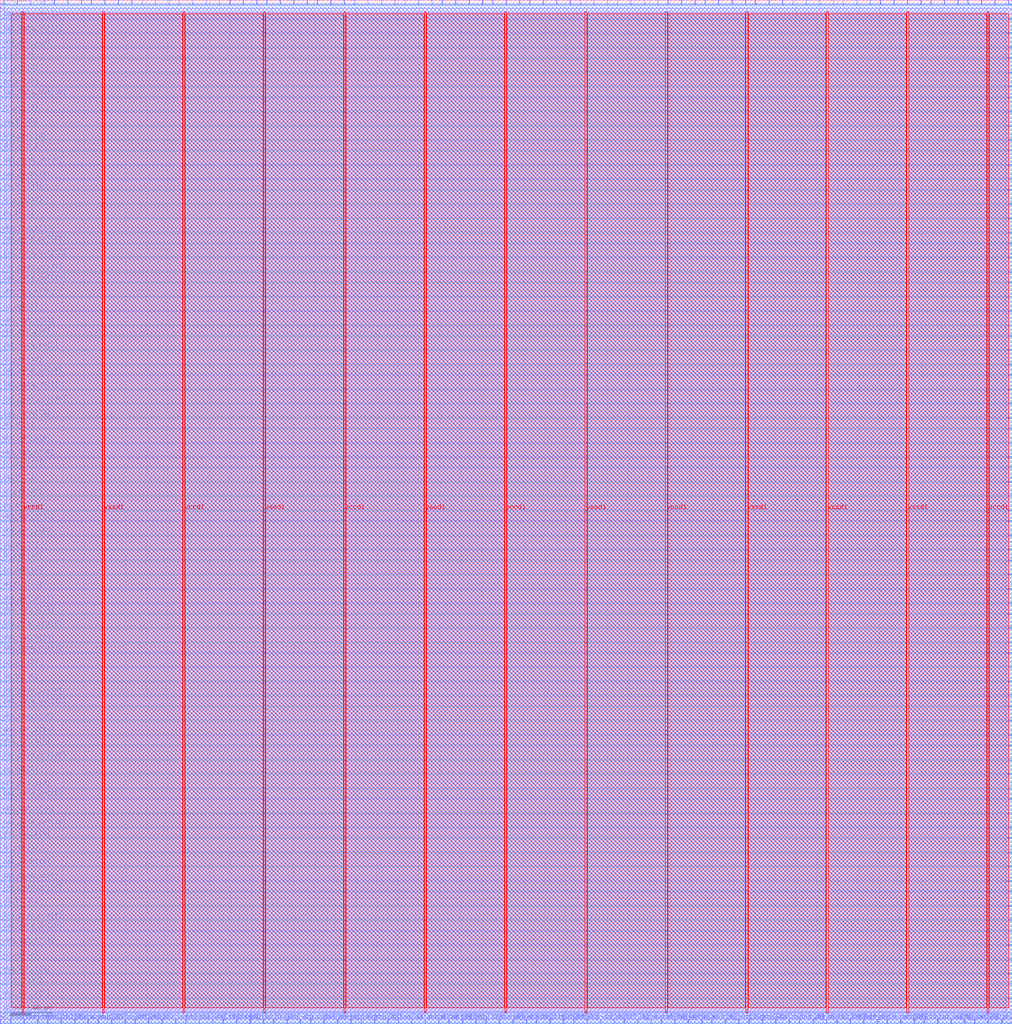
<source format=lef>
VERSION 5.7 ;
  NOWIREEXTENSIONATPIN ON ;
  DIVIDERCHAR "/" ;
  BUSBITCHARS "[]" ;
MACRO wrapped_silife
  CLASS BLOCK ;
  FOREIGN wrapped_silife ;
  ORIGIN 0.000 0.000 ;
  SIZE 966.470 BY 977.190 ;
  PIN active
    DIRECTION INPUT ;
    USE SIGNAL ;
    PORT
      LAYER met2 ;
        RECT 370.390 0.000 370.670 4.000 ;
    END
  END active
  PIN io_in[0]
    DIRECTION INPUT ;
    USE SIGNAL ;
    PORT
      LAYER met3 ;
        RECT 0.000 567.840 4.000 568.440 ;
    END
  END io_in[0]
  PIN io_in[10]
    DIRECTION INPUT ;
    USE SIGNAL ;
    PORT
      LAYER met3 ;
        RECT 0.000 856.840 4.000 857.440 ;
    END
  END io_in[10]
  PIN io_in[11]
    DIRECTION INPUT ;
    USE SIGNAL ;
    PORT
      LAYER met3 ;
        RECT 962.470 907.840 966.470 908.440 ;
    END
  END io_in[11]
  PIN io_in[12]
    DIRECTION INPUT ;
    USE SIGNAL ;
    PORT
      LAYER met3 ;
        RECT 0.000 870.440 4.000 871.040 ;
    END
  END io_in[12]
  PIN io_in[13]
    DIRECTION INPUT ;
    USE SIGNAL ;
    PORT
      LAYER met2 ;
        RECT 254.470 973.190 254.750 977.190 ;
    END
  END io_in[13]
  PIN io_in[14]
    DIRECTION INPUT ;
    USE SIGNAL ;
    PORT
      LAYER met2 ;
        RECT 586.130 0.000 586.410 4.000 ;
    END
  END io_in[14]
  PIN io_in[15]
    DIRECTION INPUT ;
    USE SIGNAL ;
    PORT
      LAYER met2 ;
        RECT 302.770 973.190 303.050 977.190 ;
    END
  END io_in[15]
  PIN io_in[16]
    DIRECTION INPUT ;
    USE SIGNAL ;
    PORT
      LAYER met2 ;
        RECT 888.810 973.190 889.090 977.190 ;
    END
  END io_in[16]
  PIN io_in[17]
    DIRECTION INPUT ;
    USE SIGNAL ;
    PORT
      LAYER met2 ;
        RECT 344.630 0.000 344.910 4.000 ;
    END
  END io_in[17]
  PIN io_in[18]
    DIRECTION INPUT ;
    USE SIGNAL ;
    PORT
      LAYER met3 ;
        RECT 0.000 340.040 4.000 340.640 ;
    END
  END io_in[18]
  PIN io_in[19]
    DIRECTION INPUT ;
    USE SIGNAL ;
    PORT
      LAYER met3 ;
        RECT 962.470 894.240 966.470 894.840 ;
    END
  END io_in[19]
  PIN io_in[1]
    DIRECTION INPUT ;
    USE SIGNAL ;
    PORT
      LAYER met3 ;
        RECT 0.000 768.440 4.000 769.040 ;
    END
  END io_in[1]
  PIN io_in[20]
    DIRECTION INPUT ;
    USE SIGNAL ;
    PORT
      LAYER met2 ;
        RECT 251.250 0.000 251.530 4.000 ;
    END
  END io_in[20]
  PIN io_in[21]
    DIRECTION INPUT ;
    USE SIGNAL ;
    PORT
      LAYER met2 ;
        RECT 434.790 973.190 435.070 977.190 ;
    END
  END io_in[21]
  PIN io_in[22]
    DIRECTION INPUT ;
    USE SIGNAL ;
    PORT
      LAYER met2 ;
        RECT 537.830 0.000 538.110 4.000 ;
    END
  END io_in[22]
  PIN io_in[23]
    DIRECTION INPUT ;
    USE SIGNAL ;
    PORT
      LAYER met3 ;
        RECT 0.000 894.240 4.000 894.840 ;
    END
  END io_in[23]
  PIN io_in[24]
    DIRECTION INPUT ;
    USE SIGNAL ;
    PORT
      LAYER met3 ;
        RECT 962.470 265.240 966.470 265.840 ;
    END
  END io_in[24]
  PIN io_in[25]
    DIRECTION INPUT ;
    USE SIGNAL ;
    PORT
      LAYER met3 ;
        RECT 962.470 744.640 966.470 745.240 ;
    END
  END io_in[25]
  PIN io_in[26]
    DIRECTION INPUT ;
    USE SIGNAL ;
    PORT
      LAYER met3 ;
        RECT 962.470 112.240 966.470 112.840 ;
    END
  END io_in[26]
  PIN io_in[27]
    DIRECTION INPUT ;
    USE SIGNAL ;
    PORT
      LAYER met3 ;
        RECT 0.000 452.240 4.000 452.840 ;
    END
  END io_in[27]
  PIN io_in[28]
    DIRECTION INPUT ;
    USE SIGNAL ;
    PORT
      LAYER met2 ;
        RECT 170.750 973.190 171.030 977.190 ;
    END
  END io_in[28]
  PIN io_in[29]
    DIRECTION INPUT ;
    USE SIGNAL ;
    PORT
      LAYER met2 ;
        RECT 128.890 0.000 129.170 4.000 ;
    END
  END io_in[29]
  PIN io_in[2]
    DIRECTION INPUT ;
    USE SIGNAL ;
    PORT
      LAYER met3 ;
        RECT 0.000 516.840 4.000 517.440 ;
    END
  END io_in[2]
  PIN io_in[30]
    DIRECTION INPUT ;
    USE SIGNAL ;
    PORT
      LAYER met3 ;
        RECT 0.000 112.240 4.000 112.840 ;
    END
  END io_in[30]
  PIN io_in[31]
    DIRECTION INPUT ;
    USE SIGNAL ;
    PORT
      LAYER met2 ;
        RECT 505.630 973.190 505.910 977.190 ;
    END
  END io_in[31]
  PIN io_in[32]
    DIRECTION INPUT ;
    USE SIGNAL ;
    PORT
      LAYER met2 ;
        RECT 714.930 0.000 715.210 4.000 ;
    END
  END io_in[32]
  PIN io_in[33]
    DIRECTION INPUT ;
    USE SIGNAL ;
    PORT
      LAYER met3 ;
        RECT 962.470 856.840 966.470 857.440 ;
    END
  END io_in[33]
  PIN io_in[34]
    DIRECTION INPUT ;
    USE SIGNAL ;
    PORT
      LAYER met3 ;
        RECT 0.000 489.640 4.000 490.240 ;
    END
  END io_in[34]
  PIN io_in[35]
    DIRECTION INPUT ;
    USE SIGNAL ;
    PORT
      LAYER met2 ;
        RECT 45.170 0.000 45.450 4.000 ;
    END
  END io_in[35]
  PIN io_in[36]
    DIRECTION INPUT ;
    USE SIGNAL ;
    PORT
      LAYER met3 ;
        RECT 0.000 326.440 4.000 327.040 ;
    END
  END io_in[36]
  PIN io_in[37]
    DIRECTION INPUT ;
    USE SIGNAL ;
    PORT
      LAYER met3 ;
        RECT 962.470 377.440 966.470 378.040 ;
    END
  END io_in[37]
  PIN io_in[3]
    DIRECTION INPUT ;
    USE SIGNAL ;
    PORT
      LAYER met2 ;
        RECT 148.210 973.190 148.490 977.190 ;
    END
  END io_in[3]
  PIN io_in[4]
    DIRECTION INPUT ;
    USE SIGNAL ;
    PORT
      LAYER met3 ;
        RECT 0.000 921.440 4.000 922.040 ;
    END
  END io_in[4]
  PIN io_in[5]
    DIRECTION INPUT ;
    USE SIGNAL ;
    PORT
      LAYER met2 ;
        RECT 428.350 0.000 428.630 4.000 ;
    END
  END io_in[5]
  PIN io_in[6]
    DIRECTION INPUT ;
    USE SIGNAL ;
    PORT
      LAYER met2 ;
        RECT 685.950 973.190 686.230 977.190 ;
    END
  END io_in[6]
  PIN io_in[7]
    DIRECTION INPUT ;
    USE SIGNAL ;
    PORT
      LAYER met2 ;
        RECT 579.690 973.190 579.970 977.190 ;
    END
  END io_in[7]
  PIN io_in[8]
    DIRECTION INPUT ;
    USE SIGNAL ;
    PORT
      LAYER met2 ;
        RECT 135.330 973.190 135.610 977.190 ;
    END
  END io_in[8]
  PIN io_in[9]
    DIRECTION INPUT ;
    USE SIGNAL ;
    PORT
      LAYER met3 ;
        RECT 962.470 958.840 966.470 959.440 ;
    END
  END io_in[9]
  PIN io_oeb[0]
    DIRECTION OUTPUT TRISTATE ;
    USE SIGNAL ;
    PORT
      LAYER met2 ;
        RECT 817.970 973.190 818.250 977.190 ;
    END
  END io_oeb[0]
  PIN io_oeb[10]
    DIRECTION OUTPUT TRISTATE ;
    USE SIGNAL ;
    PORT
      LAYER met3 ;
        RECT 0.000 428.440 4.000 429.040 ;
    END
  END io_oeb[10]
  PIN io_oeb[11]
    DIRECTION OUTPUT TRISTATE ;
    USE SIGNAL ;
    PORT
      LAYER met2 ;
        RECT 734.250 973.190 734.530 977.190 ;
    END
  END io_oeb[11]
  PIN io_oeb[12]
    DIRECTION OUTPUT TRISTATE ;
    USE SIGNAL ;
    PORT
      LAYER met3 ;
        RECT 962.470 768.440 966.470 769.040 ;
    END
  END io_oeb[12]
  PIN io_oeb[13]
    DIRECTION OUTPUT TRISTATE ;
    USE SIGNAL ;
    PORT
      LAYER met3 ;
        RECT 0.000 629.040 4.000 629.640 ;
    END
  END io_oeb[13]
  PIN io_oeb[14]
    DIRECTION OUTPUT TRISTATE ;
    USE SIGNAL ;
    PORT
      LAYER met3 ;
        RECT 962.470 530.440 966.470 531.040 ;
    END
  END io_oeb[14]
  PIN io_oeb[15]
    DIRECTION OUTPUT TRISTATE ;
    USE SIGNAL ;
    PORT
      LAYER met2 ;
        RECT 119.230 0.000 119.510 4.000 ;
    END
  END io_oeb[15]
  PIN io_oeb[16]
    DIRECTION OUTPUT TRISTATE ;
    USE SIGNAL ;
    PORT
      LAYER met3 ;
        RECT 962.470 37.440 966.470 38.040 ;
    END
  END io_oeb[16]
  PIN io_oeb[17]
    DIRECTION OUTPUT TRISTATE ;
    USE SIGNAL ;
    PORT
      LAYER met2 ;
        RECT 87.030 973.190 87.310 977.190 ;
    END
  END io_oeb[17]
  PIN io_oeb[18]
    DIRECTION OUTPUT TRISTATE ;
    USE SIGNAL ;
    PORT
      LAYER met3 ;
        RECT 0.000 442.040 4.000 442.640 ;
    END
  END io_oeb[18]
  PIN io_oeb[19]
    DIRECTION OUTPUT TRISTATE ;
    USE SIGNAL ;
    PORT
      LAYER met3 ;
        RECT 962.470 353.640 966.470 354.240 ;
    END
  END io_oeb[19]
  PIN io_oeb[1]
    DIRECTION OUTPUT TRISTATE ;
    USE SIGNAL ;
    PORT
      LAYER met3 ;
        RECT 0.000 163.240 4.000 163.840 ;
    END
  END io_oeb[1]
  PIN io_oeb[20]
    DIRECTION OUTPUT TRISTATE ;
    USE SIGNAL ;
    PORT
      LAYER met2 ;
        RECT 386.490 973.190 386.770 977.190 ;
    END
  END io_oeb[20]
  PIN io_oeb[21]
    DIRECTION OUTPUT TRISTATE ;
    USE SIGNAL ;
    PORT
      LAYER met2 ;
        RECT 267.350 973.190 267.630 977.190 ;
    END
  END io_oeb[21]
  PIN io_oeb[22]
    DIRECTION OUTPUT TRISTATE ;
    USE SIGNAL ;
    PORT
      LAYER met2 ;
        RECT 441.230 0.000 441.510 4.000 ;
    END
  END io_oeb[22]
  PIN io_oeb[23]
    DIRECTION OUTPUT TRISTATE ;
    USE SIGNAL ;
    PORT
      LAYER met3 ;
        RECT 0.000 10.240 4.000 10.840 ;
    END
  END io_oeb[23]
  PIN io_oeb[24]
    DIRECTION OUTPUT TRISTATE ;
    USE SIGNAL ;
    PORT
      LAYER met2 ;
        RECT 322.090 0.000 322.370 4.000 ;
    END
  END io_oeb[24]
  PIN io_oeb[25]
    DIRECTION OUTPUT TRISTATE ;
    USE SIGNAL ;
    PORT
      LAYER met2 ;
        RECT 956.430 0.000 956.710 4.000 ;
    END
  END io_oeb[25]
  PIN io_oeb[26]
    DIRECTION OUTPUT TRISTATE ;
    USE SIGNAL ;
    PORT
      LAYER met3 ;
        RECT 0.000 503.240 4.000 503.840 ;
    END
  END io_oeb[26]
  PIN io_oeb[27]
    DIRECTION OUTPUT TRISTATE ;
    USE SIGNAL ;
    PORT
      LAYER met3 ;
        RECT 962.470 605.240 966.470 605.840 ;
    END
  END io_oeb[27]
  PIN io_oeb[28]
    DIRECTION OUTPUT TRISTATE ;
    USE SIGNAL ;
    PORT
      LAYER met3 ;
        RECT 962.470 136.040 966.470 136.640 ;
    END
  END io_oeb[28]
  PIN io_oeb[29]
    DIRECTION OUTPUT TRISTATE ;
    USE SIGNAL ;
    PORT
      LAYER met2 ;
        RECT 846.950 0.000 847.230 4.000 ;
    END
  END io_oeb[29]
  PIN io_oeb[2]
    DIRECTION OUTPUT TRISTATE ;
    USE SIGNAL ;
    PORT
      LAYER met3 ;
        RECT 0.000 238.040 4.000 238.640 ;
    END
  END io_oeb[2]
  PIN io_oeb[30]
    DIRECTION OUTPUT TRISTATE ;
    USE SIGNAL ;
    PORT
      LAYER met3 ;
        RECT 962.470 656.240 966.470 656.840 ;
    END
  END io_oeb[30]
  PIN io_oeb[31]
    DIRECTION OUTPUT TRISTATE ;
    USE SIGNAL ;
    PORT
      LAYER met2 ;
        RECT 260.910 0.000 261.190 4.000 ;
    END
  END io_oeb[31]
  PIN io_oeb[32]
    DIRECTION OUTPUT TRISTATE ;
    USE SIGNAL ;
    PORT
      LAYER met2 ;
        RECT 280.230 973.190 280.510 977.190 ;
    END
  END io_oeb[32]
  PIN io_oeb[33]
    DIRECTION OUTPUT TRISTATE ;
    USE SIGNAL ;
    PORT
      LAYER met2 ;
        RECT 805.090 973.190 805.370 977.190 ;
    END
  END io_oeb[33]
  PIN io_oeb[34]
    DIRECTION OUTPUT TRISTATE ;
    USE SIGNAL ;
    PORT
      LAYER met3 ;
        RECT 962.470 666.440 966.470 667.040 ;
    END
  END io_oeb[34]
  PIN io_oeb[35]
    DIRECTION OUTPUT TRISTATE ;
    USE SIGNAL ;
    PORT
      LAYER met2 ;
        RECT 524.950 0.000 525.230 4.000 ;
    END
  END io_oeb[35]
  PIN io_oeb[36]
    DIRECTION OUTPUT TRISTATE ;
    USE SIGNAL ;
    PORT
      LAYER met3 ;
        RECT 962.470 149.640 966.470 150.240 ;
    END
  END io_oeb[36]
  PIN io_oeb[37]
    DIRECTION OUTPUT TRISTATE ;
    USE SIGNAL ;
    PORT
      LAYER met2 ;
        RECT 225.490 0.000 225.770 4.000 ;
    END
  END io_oeb[37]
  PIN io_oeb[3]
    DIRECTION OUTPUT TRISTATE ;
    USE SIGNAL ;
    PORT
      LAYER met3 ;
        RECT 962.470 340.040 966.470 340.640 ;
    END
  END io_oeb[3]
  PIN io_oeb[4]
    DIRECTION OUTPUT TRISTATE ;
    USE SIGNAL ;
    PORT
      LAYER met2 ;
        RECT 376.830 973.190 377.110 977.190 ;
    END
  END io_oeb[4]
  PIN io_oeb[5]
    DIRECTION OUTPUT TRISTATE ;
    USE SIGNAL ;
    PORT
      LAYER met3 ;
        RECT 0.000 680.040 4.000 680.640 ;
    END
  END io_oeb[5]
  PIN io_oeb[6]
    DIRECTION OUTPUT TRISTATE ;
    USE SIGNAL ;
    PORT
      LAYER met3 ;
        RECT 0.000 61.240 4.000 61.840 ;
    END
  END io_oeb[6]
  PIN io_oeb[7]
    DIRECTION OUTPUT TRISTATE ;
    USE SIGNAL ;
    PORT
      LAYER met2 ;
        RECT 412.250 973.190 412.530 977.190 ;
    END
  END io_oeb[7]
  PIN io_oeb[8]
    DIRECTION OUTPUT TRISTATE ;
    USE SIGNAL ;
    PORT
      LAYER met3 ;
        RECT 962.470 74.840 966.470 75.440 ;
    END
  END io_oeb[8]
  PIN io_oeb[9]
    DIRECTION OUTPUT TRISTATE ;
    USE SIGNAL ;
    PORT
      LAYER met3 ;
        RECT 962.470 567.840 966.470 568.440 ;
    END
  END io_oeb[9]
  PIN io_out[0]
    DIRECTION OUTPUT TRISTATE ;
    USE SIGNAL ;
    PORT
      LAYER met2 ;
        RECT 296.330 0.000 296.610 4.000 ;
    END
  END io_out[0]
  PIN io_out[10]
    DIRECTION OUTPUT TRISTATE ;
    USE SIGNAL ;
    PORT
      LAYER met3 ;
        RECT 0.000 37.440 4.000 38.040 ;
    END
  END io_out[10]
  PIN io_out[11]
    DIRECTION OUTPUT TRISTATE ;
    USE SIGNAL ;
    PORT
      LAYER met2 ;
        RECT 183.630 973.190 183.910 977.190 ;
    END
  END io_out[11]
  PIN io_out[12]
    DIRECTION OUTPUT TRISTATE ;
    USE SIGNAL ;
    PORT
      LAYER met2 ;
        RECT 859.830 0.000 860.110 4.000 ;
    END
  END io_out[12]
  PIN io_out[13]
    DIRECTION OUTPUT TRISTATE ;
    USE SIGNAL ;
    PORT
      LAYER met3 ;
        RECT 0.000 782.040 4.000 782.640 ;
    END
  END io_out[13]
  PIN io_out[14]
    DIRECTION OUTPUT TRISTATE ;
    USE SIGNAL ;
    PORT
      LAYER met3 ;
        RECT 962.470 591.640 966.470 592.240 ;
    END
  END io_out[14]
  PIN io_out[15]
    DIRECTION OUTPUT TRISTATE ;
    USE SIGNAL ;
    PORT
      LAYER met3 ;
        RECT 962.470 972.440 966.470 973.040 ;
    END
  END io_out[15]
  PIN io_out[16]
    DIRECTION OUTPUT TRISTATE ;
    USE SIGNAL ;
    PORT
      LAYER met2 ;
        RECT 399.370 973.190 399.650 977.190 ;
    END
  END io_out[16]
  PIN io_out[17]
    DIRECTION OUTPUT TRISTATE ;
    USE SIGNAL ;
    PORT
      LAYER met3 ;
        RECT 962.470 754.840 966.470 755.440 ;
    END
  END io_out[17]
  PIN io_out[18]
    DIRECTION OUTPUT TRISTATE ;
    USE SIGNAL ;
    PORT
      LAYER met2 ;
        RECT 747.130 973.190 747.410 977.190 ;
    END
  END io_out[18]
  PIN io_out[19]
    DIRECTION OUTPUT TRISTATE ;
    USE SIGNAL ;
    PORT
      LAYER met2 ;
        RECT 937.110 973.190 937.390 977.190 ;
    END
  END io_out[19]
  PIN io_out[1]
    DIRECTION OUTPUT TRISTATE ;
    USE SIGNAL ;
    PORT
      LAYER met2 ;
        RECT 209.390 973.190 209.670 977.190 ;
    END
  END io_out[1]
  PIN io_out[20]
    DIRECTION OUTPUT TRISTATE ;
    USE SIGNAL ;
    PORT
      LAYER met3 ;
        RECT 962.470 312.840 966.470 313.440 ;
    END
  END io_out[20]
  PIN io_out[21]
    DIRECTION OUTPUT TRISTATE ;
    USE SIGNAL ;
    PORT
      LAYER met2 ;
        RECT 627.990 973.190 628.270 977.190 ;
    END
  END io_out[21]
  PIN io_out[22]
    DIRECTION OUTPUT TRISTATE ;
    USE SIGNAL ;
    PORT
      LAYER met2 ;
        RECT 949.990 973.190 950.270 977.190 ;
    END
  END io_out[22]
  PIN io_out[23]
    DIRECTION OUTPUT TRISTATE ;
    USE SIGNAL ;
    PORT
      LAYER met3 ;
        RECT 0.000 414.840 4.000 415.440 ;
    END
  END io_out[23]
  PIN io_out[24]
    DIRECTION OUTPUT TRISTATE ;
    USE SIGNAL ;
    PORT
      LAYER met3 ;
        RECT 962.470 10.240 966.470 10.840 ;
    END
  END io_out[24]
  PIN io_out[25]
    DIRECTION OUTPUT TRISTATE ;
    USE SIGNAL ;
    PORT
      LAYER met3 ;
        RECT 962.470 326.440 966.470 327.040 ;
    END
  END io_out[25]
  PIN io_out[26]
    DIRECTION OUTPUT TRISTATE ;
    USE SIGNAL ;
    PORT
      LAYER met2 ;
        RECT 788.990 0.000 789.270 4.000 ;
    END
  END io_out[26]
  PIN io_out[27]
    DIRECTION OUTPUT TRISTATE ;
    USE SIGNAL ;
    PORT
      LAYER met2 ;
        RECT 41.950 973.190 42.230 977.190 ;
    END
  END io_out[27]
  PIN io_out[28]
    DIRECTION OUTPUT TRISTATE ;
    USE SIGNAL ;
    PORT
      LAYER met2 ;
        RECT 692.390 0.000 692.670 4.000 ;
    END
  END io_out[28]
  PIN io_out[29]
    DIRECTION OUTPUT TRISTATE ;
    USE SIGNAL ;
    PORT
      LAYER met2 ;
        RECT 83.810 0.000 84.090 4.000 ;
    END
  END io_out[29]
  PIN io_out[2]
    DIRECTION OUTPUT TRISTATE ;
    USE SIGNAL ;
    PORT
      LAYER met3 ;
        RECT 0.000 907.840 4.000 908.440 ;
    END
  END io_out[2]
  PIN io_out[30]
    DIRECTION OUTPUT TRISTATE ;
    USE SIGNAL ;
    PORT
      LAYER met3 ;
        RECT 962.470 452.240 966.470 452.840 ;
    END
  END io_out[30]
  PIN io_out[31]
    DIRECTION OUTPUT TRISTATE ;
    USE SIGNAL ;
    PORT
      LAYER met2 ;
        RECT 238.370 0.000 238.650 4.000 ;
    END
  END io_out[31]
  PIN io_out[32]
    DIRECTION OUTPUT TRISTATE ;
    USE SIGNAL ;
    PORT
      LAYER met2 ;
        RECT 921.010 0.000 921.290 4.000 ;
    END
  END io_out[32]
  PIN io_out[33]
    DIRECTION OUTPUT TRISTATE ;
    USE SIGNAL ;
    PORT
      LAYER met3 ;
        RECT 0.000 530.440 4.000 531.040 ;
    END
  END io_out[33]
  PIN io_out[34]
    DIRECTION OUTPUT TRISTATE ;
    USE SIGNAL ;
    PORT
      LAYER met3 ;
        RECT 0.000 795.640 4.000 796.240 ;
    END
  END io_out[34]
  PIN io_out[35]
    DIRECTION OUTPUT TRISTATE ;
    USE SIGNAL ;
    PORT
      LAYER met2 ;
        RECT 495.970 973.190 496.250 977.190 ;
    END
  END io_out[35]
  PIN io_out[36]
    DIRECTION OUTPUT TRISTATE ;
    USE SIGNAL ;
    PORT
      LAYER met2 ;
        RECT 663.410 973.190 663.690 977.190 ;
    END
  END io_out[36]
  PIN io_out[37]
    DIRECTION OUTPUT TRISTATE ;
    USE SIGNAL ;
    PORT
      LAYER met2 ;
        RECT 177.190 0.000 177.470 4.000 ;
    END
  END io_out[37]
  PIN io_out[3]
    DIRECTION OUTPUT TRISTATE ;
    USE SIGNAL ;
    PORT
      LAYER met3 ;
        RECT 962.470 833.040 966.470 833.640 ;
    END
  END io_out[3]
  PIN io_out[4]
    DIRECTION OUTPUT TRISTATE ;
    USE SIGNAL ;
    PORT
      LAYER met2 ;
        RECT 518.510 973.190 518.790 977.190 ;
    END
  END io_out[4]
  PIN io_out[5]
    DIRECTION OUTPUT TRISTATE ;
    USE SIGNAL ;
    PORT
      LAYER met2 ;
        RECT 669.850 0.000 670.130 4.000 ;
    END
  END io_out[5]
  PIN io_out[6]
    DIRECTION OUTPUT TRISTATE ;
    USE SIGNAL ;
    PORT
      LAYER met2 ;
        RECT 753.570 0.000 753.850 4.000 ;
    END
  END io_out[6]
  PIN io_out[7]
    DIRECTION OUTPUT TRISTATE ;
    USE SIGNAL ;
    PORT
      LAYER met2 ;
        RECT 418.690 0.000 418.970 4.000 ;
    END
  END io_out[7]
  PIN io_out[8]
    DIRECTION OUTPUT TRISTATE ;
    USE SIGNAL ;
    PORT
      LAYER met2 ;
        RECT 602.230 973.190 602.510 977.190 ;
    END
  END io_out[8]
  PIN io_out[9]
    DIRECTION OUTPUT TRISTATE ;
    USE SIGNAL ;
    PORT
      LAYER met3 ;
        RECT 962.470 618.840 966.470 619.440 ;
    END
  END io_out[9]
  PIN la1_data_in[0]
    DIRECTION INPUT ;
    USE SIGNAL ;
    PORT
      LAYER met3 ;
        RECT 962.470 275.440 966.470 276.040 ;
    END
  END la1_data_in[0]
  PIN la1_data_in[10]
    DIRECTION INPUT ;
    USE SIGNAL ;
    PORT
      LAYER met2 ;
        RECT 231.930 973.190 232.210 977.190 ;
    END
  END la1_data_in[10]
  PIN la1_data_in[11]
    DIRECTION INPUT ;
    USE SIGNAL ;
    PORT
      LAYER met3 ;
        RECT 0.000 945.240 4.000 945.840 ;
    END
  END la1_data_in[11]
  PIN la1_data_in[12]
    DIRECTION INPUT ;
    USE SIGNAL ;
    PORT
      LAYER met2 ;
        RECT 29.070 973.190 29.350 977.190 ;
    END
  END la1_data_in[12]
  PIN la1_data_in[13]
    DIRECTION INPUT ;
    USE SIGNAL ;
    PORT
      LAYER met3 ;
        RECT 0.000 618.840 4.000 619.440 ;
    END
  END la1_data_in[13]
  PIN la1_data_in[14]
    DIRECTION INPUT ;
    USE SIGNAL ;
    PORT
      LAYER met3 ;
        RECT 0.000 312.840 4.000 313.440 ;
    END
  END la1_data_in[14]
  PIN la1_data_in[15]
    DIRECTION INPUT ;
    USE SIGNAL ;
    PORT
      LAYER met3 ;
        RECT 0.000 214.240 4.000 214.840 ;
    END
  END la1_data_in[15]
  PIN la1_data_in[16]
    DIRECTION INPUT ;
    USE SIGNAL ;
    PORT
      LAYER met3 ;
        RECT 0.000 125.840 4.000 126.440 ;
    END
  END la1_data_in[16]
  PIN la1_data_in[17]
    DIRECTION INPUT ;
    USE SIGNAL ;
    PORT
      LAYER met3 ;
        RECT 962.470 88.440 966.470 89.040 ;
    END
  END la1_data_in[17]
  PIN la1_data_in[18]
    DIRECTION INPUT ;
    USE SIGNAL ;
    PORT
      LAYER met3 ;
        RECT 962.470 717.440 966.470 718.040 ;
    END
  END la1_data_in[18]
  PIN la1_data_in[19]
    DIRECTION INPUT ;
    USE SIGNAL ;
    PORT
      LAYER met2 ;
        RECT 58.050 0.000 58.330 4.000 ;
    END
  END la1_data_in[19]
  PIN la1_data_in[1]
    DIRECTION INPUT ;
    USE SIGNAL ;
    PORT
      LAYER met3 ;
        RECT 0.000 605.240 4.000 605.840 ;
    END
  END la1_data_in[1]
  PIN la1_data_in[20]
    DIRECTION INPUT ;
    USE SIGNAL ;
    PORT
      LAYER met2 ;
        RECT 380.050 0.000 380.330 4.000 ;
    END
  END la1_data_in[20]
  PIN la1_data_in[21]
    DIRECTION INPUT ;
    USE SIGNAL ;
    PORT
      LAYER met2 ;
        RECT 914.570 973.190 914.850 977.190 ;
    END
  END la1_data_in[21]
  PIN la1_data_in[22]
    DIRECTION INPUT ;
    USE SIGNAL ;
    PORT
      LAYER met2 ;
        RECT 293.110 973.190 293.390 977.190 ;
    END
  END la1_data_in[22]
  PIN la1_data_in[23]
    DIRECTION INPUT ;
    USE SIGNAL ;
    PORT
      LAYER met2 ;
        RECT 872.710 0.000 872.990 4.000 ;
    END
  END la1_data_in[23]
  PIN la1_data_in[24]
    DIRECTION INPUT ;
    USE SIGNAL ;
    PORT
      LAYER met2 ;
        RECT 196.510 973.190 196.790 977.190 ;
    END
  END la1_data_in[24]
  PIN la1_data_in[25]
    DIRECTION INPUT ;
    USE SIGNAL ;
    PORT
      LAYER met3 ;
        RECT 0.000 88.440 4.000 89.040 ;
    END
  END la1_data_in[25]
  PIN la1_data_in[26]
    DIRECTION INPUT ;
    USE SIGNAL ;
    PORT
      LAYER met3 ;
        RECT 962.470 401.240 966.470 401.840 ;
    END
  END la1_data_in[26]
  PIN la1_data_in[27]
    DIRECTION INPUT ;
    USE SIGNAL ;
    PORT
      LAYER met3 ;
        RECT 0.000 717.440 4.000 718.040 ;
    END
  END la1_data_in[27]
  PIN la1_data_in[28]
    DIRECTION INPUT ;
    USE SIGNAL ;
    PORT
      LAYER met3 ;
        RECT 962.470 931.640 966.470 932.240 ;
    END
  END la1_data_in[28]
  PIN la1_data_in[29]
    DIRECTION INPUT ;
    USE SIGNAL ;
    PORT
      LAYER met3 ;
        RECT 0.000 819.440 4.000 820.040 ;
    END
  END la1_data_in[29]
  PIN la1_data_in[2]
    DIRECTION INPUT ;
    USE SIGNAL ;
    PORT
      LAYER met3 ;
        RECT 0.000 642.640 4.000 643.240 ;
    END
  END la1_data_in[2]
  PIN la1_data_in[30]
    DIRECTION INPUT ;
    USE SIGNAL ;
    PORT
      LAYER met2 ;
        RECT 776.110 0.000 776.390 4.000 ;
    END
  END la1_data_in[30]
  PIN la1_data_in[31]
    DIRECTION INPUT ;
    USE SIGNAL ;
    PORT
      LAYER met2 ;
        RECT 930.670 0.000 930.950 4.000 ;
    END
  END la1_data_in[31]
  PIN la1_data_in[3]
    DIRECTION INPUT ;
    USE SIGNAL ;
    PORT
      LAYER met3 ;
        RECT 962.470 554.240 966.470 554.840 ;
    END
  END la1_data_in[3]
  PIN la1_data_in[4]
    DIRECTION INPUT ;
    USE SIGNAL ;
    PORT
      LAYER met2 ;
        RECT 447.670 973.190 447.950 977.190 ;
    END
  END la1_data_in[4]
  PIN la1_data_in[5]
    DIRECTION INPUT ;
    USE SIGNAL ;
    PORT
      LAYER met3 ;
        RECT 962.470 125.840 966.470 126.440 ;
    END
  END la1_data_in[5]
  PIN la1_data_in[6]
    DIRECTION INPUT ;
    USE SIGNAL ;
    PORT
      LAYER met3 ;
        RECT 962.470 47.640 966.470 48.240 ;
    END
  END la1_data_in[6]
  PIN la1_data_in[7]
    DIRECTION INPUT ;
    USE SIGNAL ;
    PORT
      LAYER met2 ;
        RECT 460.550 973.190 460.830 977.190 ;
    END
  END la1_data_in[7]
  PIN la1_data_in[8]
    DIRECTION INPUT ;
    USE SIGNAL ;
    PORT
      LAYER met3 ;
        RECT 962.470 200.640 966.470 201.240 ;
    END
  END la1_data_in[8]
  PIN la1_data_in[9]
    DIRECTION INPUT ;
    USE SIGNAL ;
    PORT
      LAYER met3 ;
        RECT 0.000 136.040 4.000 136.640 ;
    END
  END la1_data_in[9]
  PIN la1_data_out[0]
    DIRECTION OUTPUT TRISTATE ;
    USE SIGNAL ;
    PORT
      LAYER met3 ;
        RECT 962.470 214.240 966.470 214.840 ;
    END
  END la1_data_out[0]
  PIN la1_data_out[10]
    DIRECTION OUTPUT TRISTATE ;
    USE SIGNAL ;
    PORT
      LAYER met3 ;
        RECT 0.000 707.240 4.000 707.840 ;
    END
  END la1_data_out[10]
  PIN la1_data_out[11]
    DIRECTION OUTPUT TRISTATE ;
    USE SIGNAL ;
    PORT
      LAYER met3 ;
        RECT 0.000 958.840 4.000 959.440 ;
    END
  END la1_data_out[11]
  PIN la1_data_out[12]
    DIRECTION OUTPUT TRISTATE ;
    USE SIGNAL ;
    PORT
      LAYER met3 ;
        RECT 0.000 302.640 4.000 303.240 ;
    END
  END la1_data_out[12]
  PIN la1_data_out[13]
    DIRECTION OUTPUT TRISTATE ;
    USE SIGNAL ;
    PORT
      LAYER met2 ;
        RECT 167.530 0.000 167.810 4.000 ;
    END
  END la1_data_out[13]
  PIN la1_data_out[14]
    DIRECTION OUTPUT TRISTATE ;
    USE SIGNAL ;
    PORT
      LAYER met2 ;
        RECT 595.790 0.000 596.070 4.000 ;
    END
  END la1_data_out[14]
  PIN la1_data_out[15]
    DIRECTION OUTPUT TRISTATE ;
    USE SIGNAL ;
    PORT
      LAYER met2 ;
        RECT 769.670 973.190 769.950 977.190 ;
    END
  END la1_data_out[15]
  PIN la1_data_out[16]
    DIRECTION OUTPUT TRISTATE ;
    USE SIGNAL ;
    PORT
      LAYER met2 ;
        RECT 315.650 973.190 315.930 977.190 ;
    END
  END la1_data_out[16]
  PIN la1_data_out[17]
    DIRECTION OUTPUT TRISTATE ;
    USE SIGNAL ;
    PORT
      LAYER met3 ;
        RECT 962.470 642.640 966.470 643.240 ;
    END
  END la1_data_out[17]
  PIN la1_data_out[18]
    DIRECTION OUTPUT TRISTATE ;
    USE SIGNAL ;
    PORT
      LAYER met3 ;
        RECT 0.000 187.040 4.000 187.640 ;
    END
  END la1_data_out[18]
  PIN la1_data_out[19]
    DIRECTION OUTPUT TRISTATE ;
    USE SIGNAL ;
    PORT
      LAYER met3 ;
        RECT 962.470 795.640 966.470 796.240 ;
    END
  END la1_data_out[19]
  PIN la1_data_out[1]
    DIRECTION OUTPUT TRISTATE ;
    USE SIGNAL ;
    PORT
      LAYER met2 ;
        RECT 421.910 973.190 422.190 977.190 ;
    END
  END la1_data_out[1]
  PIN la1_data_out[20]
    DIRECTION OUTPUT TRISTATE ;
    USE SIGNAL ;
    PORT
      LAYER met3 ;
        RECT 0.000 251.640 4.000 252.240 ;
    END
  END la1_data_out[20]
  PIN la1_data_out[21]
    DIRECTION OUTPUT TRISTATE ;
    USE SIGNAL ;
    PORT
      LAYER met2 ;
        RECT 3.310 973.190 3.590 977.190 ;
    END
  END la1_data_out[21]
  PIN la1_data_out[22]
    DIRECTION OUTPUT TRISTATE ;
    USE SIGNAL ;
    PORT
      LAYER met2 ;
        RECT 161.090 973.190 161.370 977.190 ;
    END
  END la1_data_out[22]
  PIN la1_data_out[23]
    DIRECTION OUTPUT TRISTATE ;
    USE SIGNAL ;
    PORT
      LAYER met3 ;
        RECT 0.000 744.640 4.000 745.240 ;
    END
  END la1_data_out[23]
  PIN la1_data_out[24]
    DIRECTION OUTPUT TRISTATE ;
    USE SIGNAL ;
    PORT
      LAYER met3 ;
        RECT 0.000 591.640 4.000 592.240 ;
    END
  END la1_data_out[24]
  PIN la1_data_out[25]
    DIRECTION OUTPUT TRISTATE ;
    USE SIGNAL ;
    PORT
      LAYER met3 ;
        RECT 962.470 578.040 966.470 578.640 ;
    END
  END la1_data_out[25]
  PIN la1_data_out[26]
    DIRECTION OUTPUT TRISTATE ;
    USE SIGNAL ;
    PORT
      LAYER met3 ;
        RECT 962.470 629.040 966.470 629.640 ;
    END
  END la1_data_out[26]
  PIN la1_data_out[27]
    DIRECTION OUTPUT TRISTATE ;
    USE SIGNAL ;
    PORT
      LAYER met3 ;
        RECT 0.000 731.040 4.000 731.640 ;
    END
  END la1_data_out[27]
  PIN la1_data_out[28]
    DIRECTION OUTPUT TRISTATE ;
    USE SIGNAL ;
    PORT
      LAYER met2 ;
        RECT 853.390 973.190 853.670 977.190 ;
    END
  END la1_data_out[28]
  PIN la1_data_out[29]
    DIRECTION OUTPUT TRISTATE ;
    USE SIGNAL ;
    PORT
      LAYER met3 ;
        RECT 962.470 479.440 966.470 480.040 ;
    END
  END la1_data_out[29]
  PIN la1_data_out[2]
    DIRECTION OUTPUT TRISTATE ;
    USE SIGNAL ;
    PORT
      LAYER met2 ;
        RECT 392.930 0.000 393.210 4.000 ;
    END
  END la1_data_out[2]
  PIN la1_data_out[30]
    DIRECTION OUTPUT TRISTATE ;
    USE SIGNAL ;
    PORT
      LAYER met3 ;
        RECT 0.000 884.040 4.000 884.640 ;
    END
  END la1_data_out[30]
  PIN la1_data_out[31]
    DIRECTION OUTPUT TRISTATE ;
    USE SIGNAL ;
    PORT
      LAYER met2 ;
        RECT 721.370 973.190 721.650 977.190 ;
    END
  END la1_data_out[31]
  PIN la1_data_out[3]
    DIRECTION OUTPUT TRISTATE ;
    USE SIGNAL ;
    PORT
      LAYER met3 ;
        RECT 0.000 353.640 4.000 354.240 ;
    END
  END la1_data_out[3]
  PIN la1_data_out[4]
    DIRECTION OUTPUT TRISTATE ;
    USE SIGNAL ;
    PORT
      LAYER met3 ;
        RECT 0.000 98.640 4.000 99.240 ;
    END
  END la1_data_out[4]
  PIN la1_data_out[5]
    DIRECTION OUTPUT TRISTATE ;
    USE SIGNAL ;
    PORT
      LAYER met2 ;
        RECT 405.810 0.000 406.090 4.000 ;
    END
  END la1_data_out[5]
  PIN la1_data_out[6]
    DIRECTION OUTPUT TRISTATE ;
    USE SIGNAL ;
    PORT
      LAYER met2 ;
        RECT 824.410 0.000 824.690 4.000 ;
    END
  END la1_data_out[6]
  PIN la1_data_out[7]
    DIRECTION OUTPUT TRISTATE ;
    USE SIGNAL ;
    PORT
      LAYER met3 ;
        RECT 962.470 693.640 966.470 694.240 ;
    END
  END la1_data_out[7]
  PIN la1_data_out[8]
    DIRECTION OUTPUT TRISTATE ;
    USE SIGNAL ;
    PORT
      LAYER met2 ;
        RECT 895.250 0.000 895.530 4.000 ;
    END
  END la1_data_out[8]
  PIN la1_data_out[9]
    DIRECTION OUTPUT TRISTATE ;
    USE SIGNAL ;
    PORT
      LAYER met3 ;
        RECT 0.000 377.440 4.000 378.040 ;
    END
  END la1_data_out[9]
  PIN la1_oenb[0]
    DIRECTION INPUT ;
    USE SIGNAL ;
    PORT
      LAYER met2 ;
        RECT 22.630 0.000 22.910 4.000 ;
    END
  END la1_oenb[0]
  PIN la1_oenb[10]
    DIRECTION INPUT ;
    USE SIGNAL ;
    PORT
      LAYER met2 ;
        RECT 154.650 0.000 154.930 4.000 ;
    END
  END la1_oenb[10]
  PIN la1_oenb[11]
    DIRECTION INPUT ;
    USE SIGNAL ;
    PORT
      LAYER met3 ;
        RECT 0.000 149.640 4.000 150.240 ;
    END
  END la1_oenb[11]
  PIN la1_oenb[12]
    DIRECTION INPUT ;
    USE SIGNAL ;
    PORT
      LAYER met2 ;
        RECT 531.390 973.190 531.670 977.190 ;
    END
  END la1_oenb[12]
  PIN la1_oenb[13]
    DIRECTION INPUT ;
    USE SIGNAL ;
    PORT
      LAYER met2 ;
        RECT 644.090 0.000 644.370 4.000 ;
    END
  END la1_oenb[13]
  PIN la1_oenb[14]
    DIRECTION INPUT ;
    USE SIGNAL ;
    PORT
      LAYER met2 ;
        RECT 309.210 0.000 309.490 4.000 ;
    END
  END la1_oenb[14]
  PIN la1_oenb[15]
    DIRECTION INPUT ;
    USE SIGNAL ;
    PORT
      LAYER met2 ;
        RECT 608.670 0.000 608.950 4.000 ;
    END
  END la1_oenb[15]
  PIN la1_oenb[16]
    DIRECTION INPUT ;
    USE SIGNAL ;
    PORT
      LAYER met3 ;
        RECT 962.470 251.640 966.470 252.240 ;
    END
  END la1_oenb[16]
  PIN la1_oenb[17]
    DIRECTION INPUT ;
    USE SIGNAL ;
    PORT
      LAYER met3 ;
        RECT 0.000 805.840 4.000 806.440 ;
    END
  END la1_oenb[17]
  PIN la1_oenb[18]
    DIRECTION INPUT ;
    USE SIGNAL ;
    PORT
      LAYER met2 ;
        RECT 631.210 0.000 631.490 4.000 ;
    END
  END la1_oenb[18]
  PIN la1_oenb[19]
    DIRECTION INPUT ;
    USE SIGNAL ;
    PORT
      LAYER met2 ;
        RECT 673.070 973.190 673.350 977.190 ;
    END
  END la1_oenb[19]
  PIN la1_oenb[1]
    DIRECTION INPUT ;
    USE SIGNAL ;
    PORT
      LAYER met2 ;
        RECT 811.530 0.000 811.810 4.000 ;
    END
  END la1_oenb[1]
  PIN la1_oenb[20]
    DIRECTION INPUT ;
    USE SIGNAL ;
    PORT
      LAYER met3 ;
        RECT 962.470 391.040 966.470 391.640 ;
    END
  END la1_oenb[20]
  PIN la1_oenb[21]
    DIRECTION INPUT ;
    USE SIGNAL ;
    PORT
      LAYER met2 ;
        RECT 962.870 973.190 963.150 977.190 ;
    END
  END la1_oenb[21]
  PIN la1_oenb[22]
    DIRECTION INPUT ;
    USE SIGNAL ;
    PORT
      LAYER met3 ;
        RECT 962.470 289.040 966.470 289.640 ;
    END
  END la1_oenb[22]
  PIN la1_oenb[23]
    DIRECTION INPUT ;
    USE SIGNAL ;
    PORT
      LAYER met3 ;
        RECT 0.000 578.040 4.000 578.640 ;
    END
  END la1_oenb[23]
  PIN la1_oenb[24]
    DIRECTION INPUT ;
    USE SIGNAL ;
    PORT
      LAYER met3 ;
        RECT 962.470 819.440 966.470 820.040 ;
    END
  END la1_oenb[24]
  PIN la1_oenb[25]
    DIRECTION INPUT ;
    USE SIGNAL ;
    PORT
      LAYER met2 ;
        RECT 908.130 0.000 908.410 4.000 ;
    END
  END la1_oenb[25]
  PIN la1_oenb[26]
    DIRECTION INPUT ;
    USE SIGNAL ;
    PORT
      LAYER met2 ;
        RECT 866.270 973.190 866.550 977.190 ;
    END
  END la1_oenb[26]
  PIN la1_oenb[27]
    DIRECTION INPUT ;
    USE SIGNAL ;
    PORT
      LAYER met2 ;
        RECT 763.230 0.000 763.510 4.000 ;
    END
  END la1_oenb[27]
  PIN la1_oenb[28]
    DIRECTION INPUT ;
    USE SIGNAL ;
    PORT
      LAYER met2 ;
        RECT 566.810 973.190 567.090 977.190 ;
    END
  END la1_oenb[28]
  PIN la1_oenb[29]
    DIRECTION INPUT ;
    USE SIGNAL ;
    PORT
      LAYER met2 ;
        RECT 106.350 0.000 106.630 4.000 ;
    END
  END la1_oenb[29]
  PIN la1_oenb[2]
    DIRECTION INPUT ;
    USE SIGNAL ;
    PORT
      LAYER met3 ;
        RECT 0.000 843.240 4.000 843.840 ;
    END
  END la1_oenb[2]
  PIN la1_oenb[30]
    DIRECTION INPUT ;
    USE SIGNAL ;
    PORT
      LAYER met2 ;
        RECT 463.770 0.000 464.050 4.000 ;
    END
  END la1_oenb[30]
  PIN la1_oenb[31]
    DIRECTION INPUT ;
    USE SIGNAL ;
    PORT
      LAYER met2 ;
        RECT 64.490 973.190 64.770 977.190 ;
    END
  END la1_oenb[31]
  PIN la1_oenb[3]
    DIRECTION INPUT ;
    USE SIGNAL ;
    PORT
      LAYER met2 ;
        RECT 212.610 0.000 212.890 4.000 ;
    END
  END la1_oenb[3]
  PIN la1_oenb[4]
    DIRECTION INPUT ;
    USE SIGNAL ;
    PORT
      LAYER met2 ;
        RECT 798.650 0.000 798.930 4.000 ;
    END
  END la1_oenb[4]
  PIN la1_oenb[5]
    DIRECTION INPUT ;
    USE SIGNAL ;
    PORT
      LAYER met2 ;
        RECT 589.350 973.190 589.630 977.190 ;
    END
  END la1_oenb[5]
  PIN la1_oenb[6]
    DIRECTION INPUT ;
    USE SIGNAL ;
    PORT
      LAYER met3 ;
        RECT 962.470 884.040 966.470 884.640 ;
    END
  END la1_oenb[6]
  PIN la1_oenb[7]
    DIRECTION INPUT ;
    USE SIGNAL ;
    PORT
      LAYER met2 ;
        RECT 244.810 973.190 245.090 977.190 ;
    END
  END la1_oenb[7]
  PIN la1_oenb[8]
    DIRECTION INPUT ;
    USE SIGNAL ;
    PORT
      LAYER met2 ;
        RECT 77.370 973.190 77.650 977.190 ;
    END
  END la1_oenb[8]
  PIN la1_oenb[9]
    DIRECTION INPUT ;
    USE SIGNAL ;
    PORT
      LAYER met2 ;
        RECT 615.110 973.190 615.390 977.190 ;
    END
  END la1_oenb[9]
  PIN vccd1
    DIRECTION INOUT ;
    USE POWER ;
    PORT
      LAYER met4 ;
        RECT 21.040 10.640 22.640 965.840 ;
    END
    PORT
      LAYER met4 ;
        RECT 174.640 10.640 176.240 965.840 ;
    END
    PORT
      LAYER met4 ;
        RECT 328.240 10.640 329.840 965.840 ;
    END
    PORT
      LAYER met4 ;
        RECT 481.840 10.640 483.440 965.840 ;
    END
    PORT
      LAYER met4 ;
        RECT 635.440 10.640 637.040 965.840 ;
    END
    PORT
      LAYER met4 ;
        RECT 789.040 10.640 790.640 965.840 ;
    END
    PORT
      LAYER met4 ;
        RECT 942.640 10.640 944.240 965.840 ;
    END
  END vccd1
  PIN vssd1
    DIRECTION INOUT ;
    USE GROUND ;
    PORT
      LAYER met4 ;
        RECT 97.840 10.640 99.440 965.840 ;
    END
    PORT
      LAYER met4 ;
        RECT 251.440 10.640 253.040 965.840 ;
    END
    PORT
      LAYER met4 ;
        RECT 405.040 10.640 406.640 965.840 ;
    END
    PORT
      LAYER met4 ;
        RECT 558.640 10.640 560.240 965.840 ;
    END
    PORT
      LAYER met4 ;
        RECT 712.240 10.640 713.840 965.840 ;
    END
    PORT
      LAYER met4 ;
        RECT 865.840 10.640 867.440 965.840 ;
    END
  END vssd1
  PIN wb_clk_i
    DIRECTION INPUT ;
    USE SIGNAL ;
    PORT
      LAYER met3 ;
        RECT 962.470 23.840 966.470 24.440 ;
    END
  END wb_clk_i
  PIN wb_rst_i
    DIRECTION INPUT ;
    USE SIGNAL ;
    PORT
      LAYER met2 ;
        RECT 470.210 973.190 470.490 977.190 ;
    END
  END wb_rst_i
  PIN wbs_ack_o
    DIRECTION OUTPUT TRISTATE ;
    USE SIGNAL ;
    PORT
      LAYER met3 ;
        RECT 962.470 187.040 966.470 187.640 ;
    END
  END wbs_ack_o
  PIN wbs_adr_i[0]
    DIRECTION INPUT ;
    USE SIGNAL ;
    PORT
      LAYER met2 ;
        RECT 879.150 973.190 879.430 977.190 ;
    END
  END wbs_adr_i[0]
  PIN wbs_adr_i[10]
    DIRECTION INPUT ;
    USE SIGNAL ;
    PORT
      LAYER met2 ;
        RECT 698.830 973.190 699.110 977.190 ;
    END
  END wbs_adr_i[10]
  PIN wbs_adr_i[11]
    DIRECTION INPUT ;
    USE SIGNAL ;
    PORT
      LAYER met2 ;
        RECT 112.790 973.190 113.070 977.190 ;
    END
  END wbs_adr_i[11]
  PIN wbs_adr_i[12]
    DIRECTION INPUT ;
    USE SIGNAL ;
    PORT
      LAYER met3 ;
        RECT 0.000 479.440 4.000 480.040 ;
    END
  END wbs_adr_i[12]
  PIN wbs_adr_i[13]
    DIRECTION INPUT ;
    USE SIGNAL ;
    PORT
      LAYER met2 ;
        RECT 99.910 973.190 100.190 977.190 ;
    END
  END wbs_adr_i[13]
  PIN wbs_adr_i[14]
    DIRECTION INPUT ;
    USE SIGNAL ;
    PORT
      LAYER met3 ;
        RECT 962.470 540.640 966.470 541.240 ;
    END
  END wbs_adr_i[14]
  PIN wbs_adr_i[15]
    DIRECTION INPUT ;
    USE SIGNAL ;
    PORT
      LAYER met3 ;
        RECT 962.470 489.640 966.470 490.240 ;
    END
  END wbs_adr_i[15]
  PIN wbs_adr_i[16]
    DIRECTION INPUT ;
    USE SIGNAL ;
    PORT
      LAYER met2 ;
        RECT 547.490 0.000 547.770 4.000 ;
    END
  END wbs_adr_i[16]
  PIN wbs_adr_i[17]
    DIRECTION INPUT ;
    USE SIGNAL ;
    PORT
      LAYER met3 ;
        RECT 962.470 428.440 966.470 429.040 ;
    END
  END wbs_adr_i[17]
  PIN wbs_adr_i[18]
    DIRECTION INPUT ;
    USE SIGNAL ;
    PORT
      LAYER met3 ;
        RECT 962.470 176.840 966.470 177.440 ;
    END
  END wbs_adr_i[18]
  PIN wbs_adr_i[19]
    DIRECTION INPUT ;
    USE SIGNAL ;
    PORT
      LAYER met2 ;
        RECT 837.290 0.000 837.570 4.000 ;
    END
  END wbs_adr_i[19]
  PIN wbs_adr_i[1]
    DIRECTION INPUT ;
    USE SIGNAL ;
    PORT
      LAYER met2 ;
        RECT 830.850 973.190 831.130 977.190 ;
    END
  END wbs_adr_i[1]
  PIN wbs_adr_i[20]
    DIRECTION INPUT ;
    USE SIGNAL ;
    PORT
      LAYER met3 ;
        RECT 962.470 870.440 966.470 871.040 ;
    END
  END wbs_adr_i[20]
  PIN wbs_adr_i[21]
    DIRECTION INPUT ;
    USE SIGNAL ;
    PORT
      LAYER met2 ;
        RECT 489.530 0.000 489.810 4.000 ;
    END
  END wbs_adr_i[21]
  PIN wbs_adr_i[22]
    DIRECTION INPUT ;
    USE SIGNAL ;
    PORT
      LAYER met2 ;
        RECT 705.270 0.000 705.550 4.000 ;
    END
  END wbs_adr_i[22]
  PIN wbs_adr_i[23]
    DIRECTION INPUT ;
    USE SIGNAL ;
    PORT
      LAYER met3 ;
        RECT 962.470 98.640 966.470 99.240 ;
    END
  END wbs_adr_i[23]
  PIN wbs_adr_i[24]
    DIRECTION INPUT ;
    USE SIGNAL ;
    PORT
      LAYER met2 ;
        RECT 351.070 973.190 351.350 977.190 ;
    END
  END wbs_adr_i[24]
  PIN wbs_adr_i[25]
    DIRECTION INPUT ;
    USE SIGNAL ;
    PORT
      LAYER met2 ;
        RECT 476.650 0.000 476.930 4.000 ;
    END
  END wbs_adr_i[25]
  PIN wbs_adr_i[26]
    DIRECTION INPUT ;
    USE SIGNAL ;
    PORT
      LAYER met2 ;
        RECT 93.470 0.000 93.750 4.000 ;
    END
  END wbs_adr_i[26]
  PIN wbs_adr_i[27]
    DIRECTION INPUT ;
    USE SIGNAL ;
    PORT
      LAYER met2 ;
        RECT 544.270 973.190 544.550 977.190 ;
    END
  END wbs_adr_i[27]
  PIN wbs_adr_i[28]
    DIRECTION INPUT ;
    USE SIGNAL ;
    PORT
      LAYER met3 ;
        RECT 962.470 442.040 966.470 442.640 ;
    END
  END wbs_adr_i[28]
  PIN wbs_adr_i[29]
    DIRECTION INPUT ;
    USE SIGNAL ;
    PORT
      LAYER met3 ;
        RECT 962.470 782.040 966.470 782.640 ;
    END
  END wbs_adr_i[29]
  PIN wbs_adr_i[2]
    DIRECTION INPUT ;
    USE SIGNAL ;
    PORT
      LAYER met2 ;
        RECT 334.970 0.000 335.250 4.000 ;
    END
  END wbs_adr_i[2]
  PIN wbs_adr_i[30]
    DIRECTION INPUT ;
    USE SIGNAL ;
    PORT
      LAYER met2 ;
        RECT 924.230 973.190 924.510 977.190 ;
    END
  END wbs_adr_i[30]
  PIN wbs_adr_i[31]
    DIRECTION INPUT ;
    USE SIGNAL ;
    PORT
      LAYER met3 ;
        RECT 962.470 302.640 966.470 303.240 ;
    END
  END wbs_adr_i[31]
  PIN wbs_adr_i[3]
    DIRECTION INPUT ;
    USE SIGNAL ;
    PORT
      LAYER met3 ;
        RECT 0.000 47.640 4.000 48.240 ;
    END
  END wbs_adr_i[3]
  PIN wbs_adr_i[4]
    DIRECTION INPUT ;
    USE SIGNAL ;
    PORT
      LAYER met3 ;
        RECT 0.000 656.240 4.000 656.840 ;
    END
  END wbs_adr_i[4]
  PIN wbs_adr_i[5]
    DIRECTION INPUT ;
    USE SIGNAL ;
    PORT
      LAYER met2 ;
        RECT 656.970 0.000 657.250 4.000 ;
    END
  END wbs_adr_i[5]
  PIN wbs_adr_i[6]
    DIRECTION INPUT ;
    USE SIGNAL ;
    PORT
      LAYER met2 ;
        RECT 273.790 0.000 274.070 4.000 ;
    END
  END wbs_adr_i[6]
  PIN wbs_adr_i[7]
    DIRECTION INPUT ;
    USE SIGNAL ;
    PORT
      LAYER met3 ;
        RECT 0.000 23.840 4.000 24.440 ;
    END
  END wbs_adr_i[7]
  PIN wbs_adr_i[8]
    DIRECTION INPUT ;
    USE SIGNAL ;
    PORT
      LAYER met2 ;
        RECT 882.370 0.000 882.650 4.000 ;
    END
  END wbs_adr_i[8]
  PIN wbs_adr_i[9]
    DIRECTION INPUT ;
    USE SIGNAL ;
    PORT
      LAYER met3 ;
        RECT 962.470 163.240 966.470 163.840 ;
    END
  END wbs_adr_i[9]
  PIN wbs_cyc_i
    DIRECTION INPUT ;
    USE SIGNAL ;
    PORT
      LAYER met2 ;
        RECT 483.090 973.190 483.370 977.190 ;
    END
  END wbs_cyc_i
  PIN wbs_dat_i[0]
    DIRECTION INPUT ;
    USE SIGNAL ;
    PORT
      LAYER met3 ;
        RECT 0.000 176.840 4.000 177.440 ;
    END
  END wbs_dat_i[0]
  PIN wbs_dat_i[10]
    DIRECTION INPUT ;
    USE SIGNAL ;
    PORT
      LAYER met3 ;
        RECT 0.000 972.440 4.000 973.040 ;
    END
  END wbs_dat_i[10]
  PIN wbs_dat_i[11]
    DIRECTION INPUT ;
    USE SIGNAL ;
    PORT
      LAYER met2 ;
        RECT 51.610 973.190 51.890 977.190 ;
    END
  END wbs_dat_i[11]
  PIN wbs_dat_i[12]
    DIRECTION INPUT ;
    USE SIGNAL ;
    PORT
      LAYER met2 ;
        RECT 16.190 973.190 16.470 977.190 ;
    END
  END wbs_dat_i[12]
  PIN wbs_dat_i[13]
    DIRECTION INPUT ;
    USE SIGNAL ;
    PORT
      LAYER met2 ;
        RECT 35.510 0.000 35.790 4.000 ;
    END
  END wbs_dat_i[13]
  PIN wbs_dat_i[14]
    DIRECTION INPUT ;
    USE SIGNAL ;
    PORT
      LAYER met3 ;
        RECT 0.000 275.440 4.000 276.040 ;
    END
  END wbs_dat_i[14]
  PIN wbs_dat_i[15]
    DIRECTION INPUT ;
    USE SIGNAL ;
    PORT
      LAYER met3 ;
        RECT 962.470 414.840 966.470 415.440 ;
    END
  END wbs_dat_i[15]
  PIN wbs_dat_i[16]
    DIRECTION INPUT ;
    USE SIGNAL ;
    PORT
      LAYER met2 ;
        RECT 512.070 0.000 512.350 4.000 ;
    END
  END wbs_dat_i[16]
  PIN wbs_dat_i[17]
    DIRECTION INPUT ;
    USE SIGNAL ;
    PORT
      LAYER met2 ;
        RECT 782.550 973.190 782.830 977.190 ;
    END
  END wbs_dat_i[17]
  PIN wbs_dat_i[18]
    DIRECTION INPUT ;
    USE SIGNAL ;
    PORT
      LAYER met3 ;
        RECT 962.470 945.240 966.470 945.840 ;
    END
  END wbs_dat_i[18]
  PIN wbs_dat_i[19]
    DIRECTION INPUT ;
    USE SIGNAL ;
    PORT
      LAYER met2 ;
        RECT 219.050 973.190 219.330 977.190 ;
    END
  END wbs_dat_i[19]
  PIN wbs_dat_i[1]
    DIRECTION INPUT ;
    USE SIGNAL ;
    PORT
      LAYER met3 ;
        RECT 0.000 554.240 4.000 554.840 ;
    END
  END wbs_dat_i[1]
  PIN wbs_dat_i[20]
    DIRECTION INPUT ;
    USE SIGNAL ;
    PORT
      LAYER met3 ;
        RECT 0.000 465.840 4.000 466.440 ;
    END
  END wbs_dat_i[20]
  PIN wbs_dat_i[21]
    DIRECTION INPUT ;
    USE SIGNAL ;
    PORT
      LAYER met3 ;
        RECT 962.470 921.440 966.470 922.040 ;
    END
  END wbs_dat_i[21]
  PIN wbs_dat_i[22]
    DIRECTION INPUT ;
    USE SIGNAL ;
    PORT
      LAYER met3 ;
        RECT 0.000 754.840 4.000 755.440 ;
    END
  END wbs_dat_i[22]
  PIN wbs_dat_i[23]
    DIRECTION INPUT ;
    USE SIGNAL ;
    PORT
      LAYER met3 ;
        RECT 962.470 680.040 966.470 680.640 ;
    END
  END wbs_dat_i[23]
  PIN wbs_dat_i[24]
    DIRECTION INPUT ;
    USE SIGNAL ;
    PORT
      LAYER met3 ;
        RECT 0.000 200.640 4.000 201.240 ;
    END
  END wbs_dat_i[24]
  PIN wbs_dat_i[25]
    DIRECTION INPUT ;
    USE SIGNAL ;
    PORT
      LAYER met3 ;
        RECT 0.000 289.040 4.000 289.640 ;
    END
  END wbs_dat_i[25]
  PIN wbs_dat_i[26]
    DIRECTION INPUT ;
    USE SIGNAL ;
    PORT
      LAYER met2 ;
        RECT 901.690 973.190 901.970 977.190 ;
    END
  END wbs_dat_i[26]
  PIN wbs_dat_i[27]
    DIRECTION INPUT ;
    USE SIGNAL ;
    PORT
      LAYER met2 ;
        RECT 363.950 973.190 364.230 977.190 ;
    END
  END wbs_dat_i[27]
  PIN wbs_dat_i[28]
    DIRECTION INPUT ;
    USE SIGNAL ;
    PORT
      LAYER met2 ;
        RECT 286.670 0.000 286.950 4.000 ;
    END
  END wbs_dat_i[28]
  PIN wbs_dat_i[29]
    DIRECTION INPUT ;
    USE SIGNAL ;
    PORT
      LAYER met3 ;
        RECT 962.470 516.840 966.470 517.440 ;
    END
  END wbs_dat_i[29]
  PIN wbs_dat_i[2]
    DIRECTION INPUT ;
    USE SIGNAL ;
    PORT
      LAYER met2 ;
        RECT 740.690 0.000 740.970 4.000 ;
    END
  END wbs_dat_i[2]
  PIN wbs_dat_i[30]
    DIRECTION INPUT ;
    USE SIGNAL ;
    PORT
      LAYER met3 ;
        RECT 962.470 224.440 966.470 225.040 ;
    END
  END wbs_dat_i[30]
  PIN wbs_dat_i[31]
    DIRECTION INPUT ;
    USE SIGNAL ;
    PORT
      LAYER met3 ;
        RECT 0.000 666.440 4.000 667.040 ;
    END
  END wbs_dat_i[31]
  PIN wbs_dat_i[3]
    DIRECTION INPUT ;
    USE SIGNAL ;
    PORT
      LAYER met2 ;
        RECT 943.550 0.000 943.830 4.000 ;
    END
  END wbs_dat_i[3]
  PIN wbs_dat_i[4]
    DIRECTION INPUT ;
    USE SIGNAL ;
    PORT
      LAYER met2 ;
        RECT 141.770 0.000 142.050 4.000 ;
    END
  END wbs_dat_i[4]
  PIN wbs_dat_i[5]
    DIRECTION INPUT ;
    USE SIGNAL ;
    PORT
      LAYER met2 ;
        RECT 454.110 0.000 454.390 4.000 ;
    END
  END wbs_dat_i[5]
  PIN wbs_dat_i[6]
    DIRECTION INPUT ;
    USE SIGNAL ;
    PORT
      LAYER met3 ;
        RECT 962.470 363.840 966.470 364.440 ;
    END
  END wbs_dat_i[6]
  PIN wbs_dat_i[7]
    DIRECTION INPUT ;
    USE SIGNAL ;
    PORT
      LAYER met2 ;
        RECT 840.510 973.190 840.790 977.190 ;
    END
  END wbs_dat_i[7]
  PIN wbs_dat_i[8]
    DIRECTION INPUT ;
    USE SIGNAL ;
    PORT
      LAYER met3 ;
        RECT 962.470 805.840 966.470 806.440 ;
    END
  END wbs_dat_i[8]
  PIN wbs_dat_i[9]
    DIRECTION INPUT ;
    USE SIGNAL ;
    PORT
      LAYER met3 ;
        RECT 962.470 0.040 966.470 0.640 ;
    END
  END wbs_dat_i[9]
  PIN wbs_dat_o[0]
    DIRECTION OUTPUT TRISTATE ;
    USE SIGNAL ;
    PORT
      LAYER met3 ;
        RECT 0.000 265.240 4.000 265.840 ;
    END
  END wbs_dat_o[0]
  PIN wbs_dat_o[10]
    DIRECTION OUTPUT TRISTATE ;
    USE SIGNAL ;
    PORT
      LAYER met3 ;
        RECT 962.470 503.240 966.470 503.840 ;
    END
  END wbs_dat_o[10]
  PIN wbs_dat_o[11]
    DIRECTION OUTPUT TRISTATE ;
    USE SIGNAL ;
    PORT
      LAYER met2 ;
        RECT 9.750 0.000 10.030 4.000 ;
    END
  END wbs_dat_o[11]
  PIN wbs_dat_o[12]
    DIRECTION OUTPUT TRISTATE ;
    USE SIGNAL ;
    PORT
      LAYER met3 ;
        RECT 962.470 843.240 966.470 843.840 ;
    END
  END wbs_dat_o[12]
  PIN wbs_dat_o[13]
    DIRECTION OUTPUT TRISTATE ;
    USE SIGNAL ;
    PORT
      LAYER met2 ;
        RECT 795.430 973.190 795.710 977.190 ;
    END
  END wbs_dat_o[13]
  PIN wbs_dat_o[14]
    DIRECTION OUTPUT TRISTATE ;
    USE SIGNAL ;
    PORT
      LAYER met3 ;
        RECT 962.470 61.240 966.470 61.840 ;
    END
  END wbs_dat_o[14]
  PIN wbs_dat_o[15]
    DIRECTION OUTPUT TRISTATE ;
    USE SIGNAL ;
    PORT
      LAYER met2 ;
        RECT 756.790 973.190 757.070 977.190 ;
    END
  END wbs_dat_o[15]
  PIN wbs_dat_o[16]
    DIRECTION OUTPUT TRISTATE ;
    USE SIGNAL ;
    PORT
      LAYER met3 ;
        RECT 0.000 363.840 4.000 364.440 ;
    END
  END wbs_dat_o[16]
  PIN wbs_dat_o[17]
    DIRECTION OUTPUT TRISTATE ;
    USE SIGNAL ;
    PORT
      LAYER met3 ;
        RECT 0.000 401.240 4.000 401.840 ;
    END
  END wbs_dat_o[17]
  PIN wbs_dat_o[18]
    DIRECTION OUTPUT TRISTATE ;
    USE SIGNAL ;
    PORT
      LAYER met2 ;
        RECT 621.550 0.000 621.830 4.000 ;
    END
  END wbs_dat_o[18]
  PIN wbs_dat_o[19]
    DIRECTION OUTPUT TRISTATE ;
    USE SIGNAL ;
    PORT
      LAYER met2 ;
        RECT 0.090 0.000 0.370 4.000 ;
    END
  END wbs_dat_o[19]
  PIN wbs_dat_o[1]
    DIRECTION OUTPUT TRISTATE ;
    USE SIGNAL ;
    PORT
      LAYER met2 ;
        RECT 727.810 0.000 728.090 4.000 ;
    END
  END wbs_dat_o[1]
  PIN wbs_dat_o[20]
    DIRECTION OUTPUT TRISTATE ;
    USE SIGNAL ;
    PORT
      LAYER met3 ;
        RECT 0.000 540.640 4.000 541.240 ;
    END
  END wbs_dat_o[20]
  PIN wbs_dat_o[21]
    DIRECTION OUTPUT TRISTATE ;
    USE SIGNAL ;
    PORT
      LAYER met3 ;
        RECT 0.000 74.840 4.000 75.440 ;
    END
  END wbs_dat_o[21]
  PIN wbs_dat_o[22]
    DIRECTION OUTPUT TRISTATE ;
    USE SIGNAL ;
    PORT
      LAYER met2 ;
        RECT 328.530 973.190 328.810 977.190 ;
    END
  END wbs_dat_o[22]
  PIN wbs_dat_o[23]
    DIRECTION OUTPUT TRISTATE ;
    USE SIGNAL ;
    PORT
      LAYER met3 ;
        RECT 0.000 391.040 4.000 391.640 ;
    END
  END wbs_dat_o[23]
  PIN wbs_dat_o[24]
    DIRECTION OUTPUT TRISTATE ;
    USE SIGNAL ;
    PORT
      LAYER met2 ;
        RECT 190.070 0.000 190.350 4.000 ;
    END
  END wbs_dat_o[24]
  PIN wbs_dat_o[25]
    DIRECTION OUTPUT TRISTATE ;
    USE SIGNAL ;
    PORT
      LAYER met2 ;
        RECT 70.930 0.000 71.210 4.000 ;
    END
  END wbs_dat_o[25]
  PIN wbs_dat_o[26]
    DIRECTION OUTPUT TRISTATE ;
    USE SIGNAL ;
    PORT
      LAYER met2 ;
        RECT 553.930 973.190 554.210 977.190 ;
    END
  END wbs_dat_o[26]
  PIN wbs_dat_o[27]
    DIRECTION OUTPUT TRISTATE ;
    USE SIGNAL ;
    PORT
      LAYER met2 ;
        RECT 338.190 973.190 338.470 977.190 ;
    END
  END wbs_dat_o[27]
  PIN wbs_dat_o[28]
    DIRECTION OUTPUT TRISTATE ;
    USE SIGNAL ;
    PORT
      LAYER met2 ;
        RECT 502.410 0.000 502.690 4.000 ;
    END
  END wbs_dat_o[28]
  PIN wbs_dat_o[29]
    DIRECTION OUTPUT TRISTATE ;
    USE SIGNAL ;
    PORT
      LAYER met2 ;
        RECT 711.710 973.190 711.990 977.190 ;
    END
  END wbs_dat_o[29]
  PIN wbs_dat_o[2]
    DIRECTION OUTPUT TRISTATE ;
    USE SIGNAL ;
    PORT
      LAYER met3 ;
        RECT 962.470 238.040 966.470 238.640 ;
    END
  END wbs_dat_o[2]
  PIN wbs_dat_o[30]
    DIRECTION OUTPUT TRISTATE ;
    USE SIGNAL ;
    PORT
      LAYER met3 ;
        RECT 0.000 693.640 4.000 694.240 ;
    END
  END wbs_dat_o[30]
  PIN wbs_dat_o[31]
    DIRECTION OUTPUT TRISTATE ;
    USE SIGNAL ;
    PORT
      LAYER met3 ;
        RECT 962.470 731.040 966.470 731.640 ;
    END
  END wbs_dat_o[31]
  PIN wbs_dat_o[3]
    DIRECTION OUTPUT TRISTATE ;
    USE SIGNAL ;
    PORT
      LAYER met2 ;
        RECT 202.950 0.000 203.230 4.000 ;
    END
  END wbs_dat_o[3]
  PIN wbs_dat_o[4]
    DIRECTION OUTPUT TRISTATE ;
    USE SIGNAL ;
    PORT
      LAYER met2 ;
        RECT 357.510 0.000 357.790 4.000 ;
    END
  END wbs_dat_o[4]
  PIN wbs_dat_o[5]
    DIRECTION OUTPUT TRISTATE ;
    USE SIGNAL ;
    PORT
      LAYER met2 ;
        RECT 560.370 0.000 560.650 4.000 ;
    END
  END wbs_dat_o[5]
  PIN wbs_dat_o[6]
    DIRECTION OUTPUT TRISTATE ;
    USE SIGNAL ;
    PORT
      LAYER met3 ;
        RECT 962.470 707.240 966.470 707.840 ;
    END
  END wbs_dat_o[6]
  PIN wbs_dat_o[7]
    DIRECTION OUTPUT TRISTATE ;
    USE SIGNAL ;
    PORT
      LAYER met2 ;
        RECT 573.250 0.000 573.530 4.000 ;
    END
  END wbs_dat_o[7]
  PIN wbs_dat_o[8]
    DIRECTION OUTPUT TRISTATE ;
    USE SIGNAL ;
    PORT
      LAYER met2 ;
        RECT 650.530 973.190 650.810 977.190 ;
    END
  END wbs_dat_o[8]
  PIN wbs_dat_o[9]
    DIRECTION OUTPUT TRISTATE ;
    USE SIGNAL ;
    PORT
      LAYER met2 ;
        RECT 637.650 973.190 637.930 977.190 ;
    END
  END wbs_dat_o[9]
  PIN wbs_sel_i[0]
    DIRECTION INPUT ;
    USE SIGNAL ;
    PORT
      LAYER met3 ;
        RECT 0.000 931.640 4.000 932.240 ;
    END
  END wbs_sel_i[0]
  PIN wbs_sel_i[1]
    DIRECTION INPUT ;
    USE SIGNAL ;
    PORT
      LAYER met2 ;
        RECT 125.670 973.190 125.950 977.190 ;
    END
  END wbs_sel_i[1]
  PIN wbs_sel_i[2]
    DIRECTION INPUT ;
    USE SIGNAL ;
    PORT
      LAYER met2 ;
        RECT 679.510 0.000 679.790 4.000 ;
    END
  END wbs_sel_i[2]
  PIN wbs_sel_i[3]
    DIRECTION INPUT ;
    USE SIGNAL ;
    PORT
      LAYER met3 ;
        RECT 0.000 224.440 4.000 225.040 ;
    END
  END wbs_sel_i[3]
  PIN wbs_stb_i
    DIRECTION INPUT ;
    USE SIGNAL ;
    PORT
      LAYER met3 ;
        RECT 0.000 833.040 4.000 833.640 ;
    END
  END wbs_stb_i
  PIN wbs_we_i
    DIRECTION INPUT ;
    USE SIGNAL ;
    PORT
      LAYER met3 ;
        RECT 962.470 465.840 966.470 466.440 ;
    END
  END wbs_we_i
  OBS
      LAYER li1 ;
        RECT 5.520 10.795 960.940 965.685 ;
      LAYER met1 ;
        RECT 0.070 0.040 966.390 969.300 ;
      LAYER met2 ;
        RECT 0.100 972.910 3.030 973.490 ;
        RECT 3.870 972.910 15.910 973.490 ;
        RECT 16.750 972.910 28.790 973.490 ;
        RECT 29.630 972.910 41.670 973.490 ;
        RECT 42.510 972.910 51.330 973.490 ;
        RECT 52.170 972.910 64.210 973.490 ;
        RECT 65.050 972.910 77.090 973.490 ;
        RECT 77.930 972.910 86.750 973.490 ;
        RECT 87.590 972.910 99.630 973.490 ;
        RECT 100.470 972.910 112.510 973.490 ;
        RECT 113.350 972.910 125.390 973.490 ;
        RECT 126.230 972.910 135.050 973.490 ;
        RECT 135.890 972.910 147.930 973.490 ;
        RECT 148.770 972.910 160.810 973.490 ;
        RECT 161.650 972.910 170.470 973.490 ;
        RECT 171.310 972.910 183.350 973.490 ;
        RECT 184.190 972.910 196.230 973.490 ;
        RECT 197.070 972.910 209.110 973.490 ;
        RECT 209.950 972.910 218.770 973.490 ;
        RECT 219.610 972.910 231.650 973.490 ;
        RECT 232.490 972.910 244.530 973.490 ;
        RECT 245.370 972.910 254.190 973.490 ;
        RECT 255.030 972.910 267.070 973.490 ;
        RECT 267.910 972.910 279.950 973.490 ;
        RECT 280.790 972.910 292.830 973.490 ;
        RECT 293.670 972.910 302.490 973.490 ;
        RECT 303.330 972.910 315.370 973.490 ;
        RECT 316.210 972.910 328.250 973.490 ;
        RECT 329.090 972.910 337.910 973.490 ;
        RECT 338.750 972.910 350.790 973.490 ;
        RECT 351.630 972.910 363.670 973.490 ;
        RECT 364.510 972.910 376.550 973.490 ;
        RECT 377.390 972.910 386.210 973.490 ;
        RECT 387.050 972.910 399.090 973.490 ;
        RECT 399.930 972.910 411.970 973.490 ;
        RECT 412.810 972.910 421.630 973.490 ;
        RECT 422.470 972.910 434.510 973.490 ;
        RECT 435.350 972.910 447.390 973.490 ;
        RECT 448.230 972.910 460.270 973.490 ;
        RECT 461.110 972.910 469.930 973.490 ;
        RECT 470.770 972.910 482.810 973.490 ;
        RECT 483.650 972.910 495.690 973.490 ;
        RECT 496.530 972.910 505.350 973.490 ;
        RECT 506.190 972.910 518.230 973.490 ;
        RECT 519.070 972.910 531.110 973.490 ;
        RECT 531.950 972.910 543.990 973.490 ;
        RECT 544.830 972.910 553.650 973.490 ;
        RECT 554.490 972.910 566.530 973.490 ;
        RECT 567.370 972.910 579.410 973.490 ;
        RECT 580.250 972.910 589.070 973.490 ;
        RECT 589.910 972.910 601.950 973.490 ;
        RECT 602.790 972.910 614.830 973.490 ;
        RECT 615.670 972.910 627.710 973.490 ;
        RECT 628.550 972.910 637.370 973.490 ;
        RECT 638.210 972.910 650.250 973.490 ;
        RECT 651.090 972.910 663.130 973.490 ;
        RECT 663.970 972.910 672.790 973.490 ;
        RECT 673.630 972.910 685.670 973.490 ;
        RECT 686.510 972.910 698.550 973.490 ;
        RECT 699.390 972.910 711.430 973.490 ;
        RECT 712.270 972.910 721.090 973.490 ;
        RECT 721.930 972.910 733.970 973.490 ;
        RECT 734.810 972.910 746.850 973.490 ;
        RECT 747.690 972.910 756.510 973.490 ;
        RECT 757.350 972.910 769.390 973.490 ;
        RECT 770.230 972.910 782.270 973.490 ;
        RECT 783.110 972.910 795.150 973.490 ;
        RECT 795.990 972.910 804.810 973.490 ;
        RECT 805.650 972.910 817.690 973.490 ;
        RECT 818.530 972.910 830.570 973.490 ;
        RECT 831.410 972.910 840.230 973.490 ;
        RECT 841.070 972.910 853.110 973.490 ;
        RECT 853.950 972.910 865.990 973.490 ;
        RECT 866.830 972.910 878.870 973.490 ;
        RECT 879.710 972.910 888.530 973.490 ;
        RECT 889.370 972.910 901.410 973.490 ;
        RECT 902.250 972.910 914.290 973.490 ;
        RECT 915.130 972.910 923.950 973.490 ;
        RECT 924.790 972.910 936.830 973.490 ;
        RECT 937.670 972.910 949.710 973.490 ;
        RECT 950.550 972.910 962.590 973.490 ;
        RECT 963.430 972.910 966.370 973.490 ;
        RECT 0.100 4.280 966.370 972.910 ;
        RECT 0.650 0.010 9.470 4.280 ;
        RECT 10.310 0.010 22.350 4.280 ;
        RECT 23.190 0.010 35.230 4.280 ;
        RECT 36.070 0.010 44.890 4.280 ;
        RECT 45.730 0.010 57.770 4.280 ;
        RECT 58.610 0.010 70.650 4.280 ;
        RECT 71.490 0.010 83.530 4.280 ;
        RECT 84.370 0.010 93.190 4.280 ;
        RECT 94.030 0.010 106.070 4.280 ;
        RECT 106.910 0.010 118.950 4.280 ;
        RECT 119.790 0.010 128.610 4.280 ;
        RECT 129.450 0.010 141.490 4.280 ;
        RECT 142.330 0.010 154.370 4.280 ;
        RECT 155.210 0.010 167.250 4.280 ;
        RECT 168.090 0.010 176.910 4.280 ;
        RECT 177.750 0.010 189.790 4.280 ;
        RECT 190.630 0.010 202.670 4.280 ;
        RECT 203.510 0.010 212.330 4.280 ;
        RECT 213.170 0.010 225.210 4.280 ;
        RECT 226.050 0.010 238.090 4.280 ;
        RECT 238.930 0.010 250.970 4.280 ;
        RECT 251.810 0.010 260.630 4.280 ;
        RECT 261.470 0.010 273.510 4.280 ;
        RECT 274.350 0.010 286.390 4.280 ;
        RECT 287.230 0.010 296.050 4.280 ;
        RECT 296.890 0.010 308.930 4.280 ;
        RECT 309.770 0.010 321.810 4.280 ;
        RECT 322.650 0.010 334.690 4.280 ;
        RECT 335.530 0.010 344.350 4.280 ;
        RECT 345.190 0.010 357.230 4.280 ;
        RECT 358.070 0.010 370.110 4.280 ;
        RECT 370.950 0.010 379.770 4.280 ;
        RECT 380.610 0.010 392.650 4.280 ;
        RECT 393.490 0.010 405.530 4.280 ;
        RECT 406.370 0.010 418.410 4.280 ;
        RECT 419.250 0.010 428.070 4.280 ;
        RECT 428.910 0.010 440.950 4.280 ;
        RECT 441.790 0.010 453.830 4.280 ;
        RECT 454.670 0.010 463.490 4.280 ;
        RECT 464.330 0.010 476.370 4.280 ;
        RECT 477.210 0.010 489.250 4.280 ;
        RECT 490.090 0.010 502.130 4.280 ;
        RECT 502.970 0.010 511.790 4.280 ;
        RECT 512.630 0.010 524.670 4.280 ;
        RECT 525.510 0.010 537.550 4.280 ;
        RECT 538.390 0.010 547.210 4.280 ;
        RECT 548.050 0.010 560.090 4.280 ;
        RECT 560.930 0.010 572.970 4.280 ;
        RECT 573.810 0.010 585.850 4.280 ;
        RECT 586.690 0.010 595.510 4.280 ;
        RECT 596.350 0.010 608.390 4.280 ;
        RECT 609.230 0.010 621.270 4.280 ;
        RECT 622.110 0.010 630.930 4.280 ;
        RECT 631.770 0.010 643.810 4.280 ;
        RECT 644.650 0.010 656.690 4.280 ;
        RECT 657.530 0.010 669.570 4.280 ;
        RECT 670.410 0.010 679.230 4.280 ;
        RECT 680.070 0.010 692.110 4.280 ;
        RECT 692.950 0.010 704.990 4.280 ;
        RECT 705.830 0.010 714.650 4.280 ;
        RECT 715.490 0.010 727.530 4.280 ;
        RECT 728.370 0.010 740.410 4.280 ;
        RECT 741.250 0.010 753.290 4.280 ;
        RECT 754.130 0.010 762.950 4.280 ;
        RECT 763.790 0.010 775.830 4.280 ;
        RECT 776.670 0.010 788.710 4.280 ;
        RECT 789.550 0.010 798.370 4.280 ;
        RECT 799.210 0.010 811.250 4.280 ;
        RECT 812.090 0.010 824.130 4.280 ;
        RECT 824.970 0.010 837.010 4.280 ;
        RECT 837.850 0.010 846.670 4.280 ;
        RECT 847.510 0.010 859.550 4.280 ;
        RECT 860.390 0.010 872.430 4.280 ;
        RECT 873.270 0.010 882.090 4.280 ;
        RECT 882.930 0.010 894.970 4.280 ;
        RECT 895.810 0.010 907.850 4.280 ;
        RECT 908.690 0.010 920.730 4.280 ;
        RECT 921.570 0.010 930.390 4.280 ;
        RECT 931.230 0.010 943.270 4.280 ;
        RECT 944.110 0.010 956.150 4.280 ;
        RECT 956.990 0.010 966.370 4.280 ;
      LAYER met3 ;
        RECT 4.400 972.040 962.070 972.905 ;
        RECT 3.990 959.840 966.395 972.040 ;
        RECT 4.400 958.440 962.070 959.840 ;
        RECT 3.990 946.240 966.395 958.440 ;
        RECT 4.400 944.840 962.070 946.240 ;
        RECT 3.990 932.640 966.395 944.840 ;
        RECT 4.400 931.240 962.070 932.640 ;
        RECT 3.990 922.440 966.395 931.240 ;
        RECT 4.400 921.040 962.070 922.440 ;
        RECT 3.990 908.840 966.395 921.040 ;
        RECT 4.400 907.440 962.070 908.840 ;
        RECT 3.990 895.240 966.395 907.440 ;
        RECT 4.400 893.840 962.070 895.240 ;
        RECT 3.990 885.040 966.395 893.840 ;
        RECT 4.400 883.640 962.070 885.040 ;
        RECT 3.990 871.440 966.395 883.640 ;
        RECT 4.400 870.040 962.070 871.440 ;
        RECT 3.990 857.840 966.395 870.040 ;
        RECT 4.400 856.440 962.070 857.840 ;
        RECT 3.990 844.240 966.395 856.440 ;
        RECT 4.400 842.840 962.070 844.240 ;
        RECT 3.990 834.040 966.395 842.840 ;
        RECT 4.400 832.640 962.070 834.040 ;
        RECT 3.990 820.440 966.395 832.640 ;
        RECT 4.400 819.040 962.070 820.440 ;
        RECT 3.990 806.840 966.395 819.040 ;
        RECT 4.400 805.440 962.070 806.840 ;
        RECT 3.990 796.640 966.395 805.440 ;
        RECT 4.400 795.240 962.070 796.640 ;
        RECT 3.990 783.040 966.395 795.240 ;
        RECT 4.400 781.640 962.070 783.040 ;
        RECT 3.990 769.440 966.395 781.640 ;
        RECT 4.400 768.040 962.070 769.440 ;
        RECT 3.990 755.840 966.395 768.040 ;
        RECT 4.400 754.440 962.070 755.840 ;
        RECT 3.990 745.640 966.395 754.440 ;
        RECT 4.400 744.240 962.070 745.640 ;
        RECT 3.990 732.040 966.395 744.240 ;
        RECT 4.400 730.640 962.070 732.040 ;
        RECT 3.990 718.440 966.395 730.640 ;
        RECT 4.400 717.040 962.070 718.440 ;
        RECT 3.990 708.240 966.395 717.040 ;
        RECT 4.400 706.840 962.070 708.240 ;
        RECT 3.990 694.640 966.395 706.840 ;
        RECT 4.400 693.240 962.070 694.640 ;
        RECT 3.990 681.040 966.395 693.240 ;
        RECT 4.400 679.640 962.070 681.040 ;
        RECT 3.990 667.440 966.395 679.640 ;
        RECT 4.400 666.040 962.070 667.440 ;
        RECT 3.990 657.240 966.395 666.040 ;
        RECT 4.400 655.840 962.070 657.240 ;
        RECT 3.990 643.640 966.395 655.840 ;
        RECT 4.400 642.240 962.070 643.640 ;
        RECT 3.990 630.040 966.395 642.240 ;
        RECT 4.400 628.640 962.070 630.040 ;
        RECT 3.990 619.840 966.395 628.640 ;
        RECT 4.400 618.440 962.070 619.840 ;
        RECT 3.990 606.240 966.395 618.440 ;
        RECT 4.400 604.840 962.070 606.240 ;
        RECT 3.990 592.640 966.395 604.840 ;
        RECT 4.400 591.240 962.070 592.640 ;
        RECT 3.990 579.040 966.395 591.240 ;
        RECT 4.400 577.640 962.070 579.040 ;
        RECT 3.990 568.840 966.395 577.640 ;
        RECT 4.400 567.440 962.070 568.840 ;
        RECT 3.990 555.240 966.395 567.440 ;
        RECT 4.400 553.840 962.070 555.240 ;
        RECT 3.990 541.640 966.395 553.840 ;
        RECT 4.400 540.240 962.070 541.640 ;
        RECT 3.990 531.440 966.395 540.240 ;
        RECT 4.400 530.040 962.070 531.440 ;
        RECT 3.990 517.840 966.395 530.040 ;
        RECT 4.400 516.440 962.070 517.840 ;
        RECT 3.990 504.240 966.395 516.440 ;
        RECT 4.400 502.840 962.070 504.240 ;
        RECT 3.990 490.640 966.395 502.840 ;
        RECT 4.400 489.240 962.070 490.640 ;
        RECT 3.990 480.440 966.395 489.240 ;
        RECT 4.400 479.040 962.070 480.440 ;
        RECT 3.990 466.840 966.395 479.040 ;
        RECT 4.400 465.440 962.070 466.840 ;
        RECT 3.990 453.240 966.395 465.440 ;
        RECT 4.400 451.840 962.070 453.240 ;
        RECT 3.990 443.040 966.395 451.840 ;
        RECT 4.400 441.640 962.070 443.040 ;
        RECT 3.990 429.440 966.395 441.640 ;
        RECT 4.400 428.040 962.070 429.440 ;
        RECT 3.990 415.840 966.395 428.040 ;
        RECT 4.400 414.440 962.070 415.840 ;
        RECT 3.990 402.240 966.395 414.440 ;
        RECT 4.400 400.840 962.070 402.240 ;
        RECT 3.990 392.040 966.395 400.840 ;
        RECT 4.400 390.640 962.070 392.040 ;
        RECT 3.990 378.440 966.395 390.640 ;
        RECT 4.400 377.040 962.070 378.440 ;
        RECT 3.990 364.840 966.395 377.040 ;
        RECT 4.400 363.440 962.070 364.840 ;
        RECT 3.990 354.640 966.395 363.440 ;
        RECT 4.400 353.240 962.070 354.640 ;
        RECT 3.990 341.040 966.395 353.240 ;
        RECT 4.400 339.640 962.070 341.040 ;
        RECT 3.990 327.440 966.395 339.640 ;
        RECT 4.400 326.040 962.070 327.440 ;
        RECT 3.990 313.840 966.395 326.040 ;
        RECT 4.400 312.440 962.070 313.840 ;
        RECT 3.990 303.640 966.395 312.440 ;
        RECT 4.400 302.240 962.070 303.640 ;
        RECT 3.990 290.040 966.395 302.240 ;
        RECT 4.400 288.640 962.070 290.040 ;
        RECT 3.990 276.440 966.395 288.640 ;
        RECT 4.400 275.040 962.070 276.440 ;
        RECT 3.990 266.240 966.395 275.040 ;
        RECT 4.400 264.840 962.070 266.240 ;
        RECT 3.990 252.640 966.395 264.840 ;
        RECT 4.400 251.240 962.070 252.640 ;
        RECT 3.990 239.040 966.395 251.240 ;
        RECT 4.400 237.640 962.070 239.040 ;
        RECT 3.990 225.440 966.395 237.640 ;
        RECT 4.400 224.040 962.070 225.440 ;
        RECT 3.990 215.240 966.395 224.040 ;
        RECT 4.400 213.840 962.070 215.240 ;
        RECT 3.990 201.640 966.395 213.840 ;
        RECT 4.400 200.240 962.070 201.640 ;
        RECT 3.990 188.040 966.395 200.240 ;
        RECT 4.400 186.640 962.070 188.040 ;
        RECT 3.990 177.840 966.395 186.640 ;
        RECT 4.400 176.440 962.070 177.840 ;
        RECT 3.990 164.240 966.395 176.440 ;
        RECT 4.400 162.840 962.070 164.240 ;
        RECT 3.990 150.640 966.395 162.840 ;
        RECT 4.400 149.240 962.070 150.640 ;
        RECT 3.990 137.040 966.395 149.240 ;
        RECT 4.400 135.640 962.070 137.040 ;
        RECT 3.990 126.840 966.395 135.640 ;
        RECT 4.400 125.440 962.070 126.840 ;
        RECT 3.990 113.240 966.395 125.440 ;
        RECT 4.400 111.840 962.070 113.240 ;
        RECT 3.990 99.640 966.395 111.840 ;
        RECT 4.400 98.240 962.070 99.640 ;
        RECT 3.990 89.440 966.395 98.240 ;
        RECT 4.400 88.040 962.070 89.440 ;
        RECT 3.990 75.840 966.395 88.040 ;
        RECT 4.400 74.440 962.070 75.840 ;
        RECT 3.990 62.240 966.395 74.440 ;
        RECT 4.400 60.840 962.070 62.240 ;
        RECT 3.990 48.640 966.395 60.840 ;
        RECT 4.400 47.240 962.070 48.640 ;
        RECT 3.990 38.440 966.395 47.240 ;
        RECT 4.400 37.040 962.070 38.440 ;
        RECT 3.990 24.840 966.395 37.040 ;
        RECT 4.400 23.440 962.070 24.840 ;
        RECT 3.990 11.240 966.395 23.440 ;
        RECT 4.400 9.840 962.070 11.240 ;
        RECT 3.990 1.040 966.395 9.840 ;
        RECT 3.990 0.175 962.070 1.040 ;
      LAYER met4 ;
        RECT 10.415 15.135 20.640 964.065 ;
        RECT 23.040 15.135 97.440 964.065 ;
        RECT 99.840 15.135 174.240 964.065 ;
        RECT 176.640 15.135 251.040 964.065 ;
        RECT 253.440 15.135 327.840 964.065 ;
        RECT 330.240 15.135 404.640 964.065 ;
        RECT 407.040 15.135 481.440 964.065 ;
        RECT 483.840 15.135 558.240 964.065 ;
        RECT 560.640 15.135 635.040 964.065 ;
        RECT 637.440 15.135 711.840 964.065 ;
        RECT 714.240 15.135 788.640 964.065 ;
        RECT 791.040 15.135 865.440 964.065 ;
        RECT 867.840 15.135 942.240 964.065 ;
        RECT 944.640 15.135 962.945 964.065 ;
  END
END wrapped_silife
END LIBRARY


</source>
